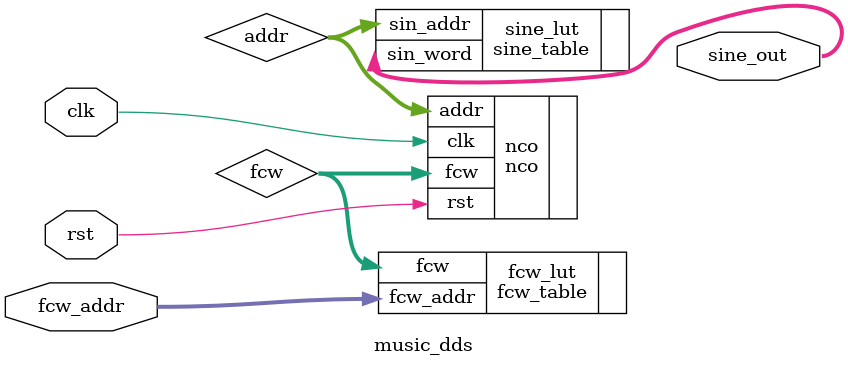
<source format=v>
`timescale 1ns / 1ps

module music_dds(
    input clk, rst,
    input [6:0] fcw_addr,
    output [15:0] sine_out
    );
    
    wire [23:0] fcw;
    wire [11:0] addr;

    // frequency control word ROM instantiation
    fcw_table fcw_lut(.fcw_addr(fcw_addr), .fcw(fcw));
    
    //  numerically-controlled oscillator instantiation
    nco nco(.clk(clk), .rst(rst), .fcw(fcw), .addr(addr));
   
    // sine values ROM instantiation
    sine_table sine_lut(
        .sin_addr(addr), .sin_word(sine_out));


endmodule

</source>
